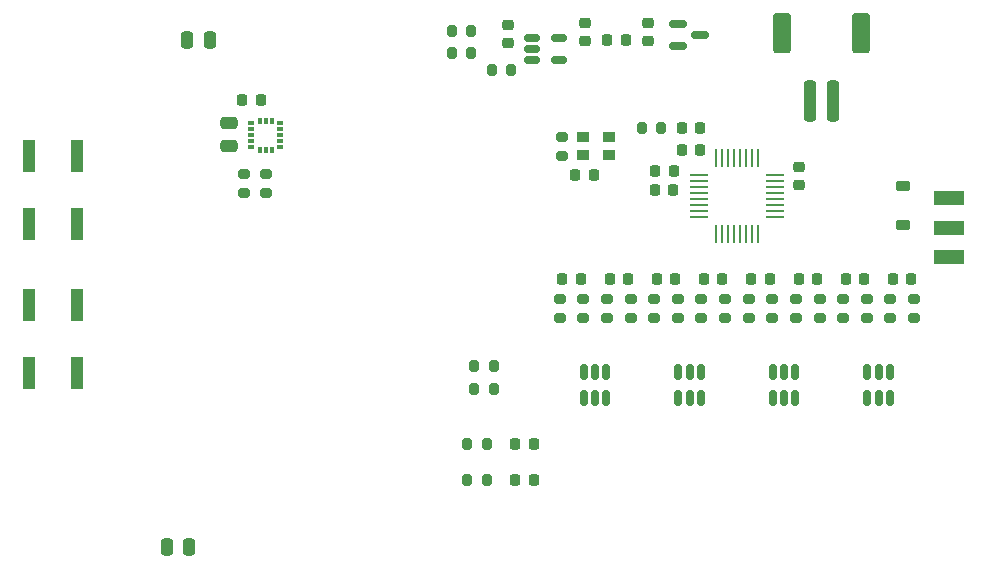
<source format=gbr>
%TF.GenerationSoftware,KiCad,Pcbnew,(7.0.0)*%
%TF.CreationDate,2023-04-27T20:35:20+01:00*%
%TF.ProjectId,ADS131M08 ESP32,41445331-3331-44d3-9038-204553503332,rev?*%
%TF.SameCoordinates,Original*%
%TF.FileFunction,Paste,Top*%
%TF.FilePolarity,Positive*%
%FSLAX46Y46*%
G04 Gerber Fmt 4.6, Leading zero omitted, Abs format (unit mm)*
G04 Created by KiCad (PCBNEW (7.0.0)) date 2023-04-27 20:35:20*
%MOMM*%
%LPD*%
G01*
G04 APERTURE LIST*
G04 Aperture macros list*
%AMRoundRect*
0 Rectangle with rounded corners*
0 $1 Rounding radius*
0 $2 $3 $4 $5 $6 $7 $8 $9 X,Y pos of 4 corners*
0 Add a 4 corners polygon primitive as box body*
4,1,4,$2,$3,$4,$5,$6,$7,$8,$9,$2,$3,0*
0 Add four circle primitives for the rounded corners*
1,1,$1+$1,$2,$3*
1,1,$1+$1,$4,$5*
1,1,$1+$1,$6,$7*
1,1,$1+$1,$8,$9*
0 Add four rect primitives between the rounded corners*
20,1,$1+$1,$2,$3,$4,$5,0*
20,1,$1+$1,$4,$5,$6,$7,0*
20,1,$1+$1,$6,$7,$8,$9,0*
20,1,$1+$1,$8,$9,$2,$3,0*%
G04 Aperture macros list end*
%ADD10RoundRect,0.200000X-0.275000X0.200000X-0.275000X-0.200000X0.275000X-0.200000X0.275000X0.200000X0*%
%ADD11RoundRect,0.225000X-0.225000X-0.250000X0.225000X-0.250000X0.225000X0.250000X-0.225000X0.250000X0*%
%ADD12RoundRect,0.218750X-0.218750X-0.256250X0.218750X-0.256250X0.218750X0.256250X-0.218750X0.256250X0*%
%ADD13RoundRect,0.225000X0.225000X0.250000X-0.225000X0.250000X-0.225000X-0.250000X0.225000X-0.250000X0*%
%ADD14RoundRect,0.218750X0.218750X0.256250X-0.218750X0.256250X-0.218750X-0.256250X0.218750X-0.256250X0*%
%ADD15RoundRect,0.150000X0.150000X-0.512500X0.150000X0.512500X-0.150000X0.512500X-0.150000X-0.512500X0*%
%ADD16RoundRect,0.200000X0.200000X0.275000X-0.200000X0.275000X-0.200000X-0.275000X0.200000X-0.275000X0*%
%ADD17RoundRect,0.062500X0.062500X-0.662500X0.062500X0.662500X-0.062500X0.662500X-0.062500X-0.662500X0*%
%ADD18RoundRect,0.062500X0.662500X-0.062500X0.662500X0.062500X-0.662500X0.062500X-0.662500X-0.062500X0*%
%ADD19RoundRect,0.225000X0.250000X-0.225000X0.250000X0.225000X-0.250000X0.225000X-0.250000X-0.225000X0*%
%ADD20R,1.000000X2.750000*%
%ADD21RoundRect,0.250000X-0.250000X-0.475000X0.250000X-0.475000X0.250000X0.475000X-0.250000X0.475000X0*%
%ADD22RoundRect,0.200000X-0.200000X-0.275000X0.200000X-0.275000X0.200000X0.275000X-0.200000X0.275000X0*%
%ADD23RoundRect,0.250000X-0.475000X0.250000X-0.475000X-0.250000X0.475000X-0.250000X0.475000X0.250000X0*%
%ADD24RoundRect,0.150000X-0.512500X-0.150000X0.512500X-0.150000X0.512500X0.150000X-0.512500X0.150000X0*%
%ADD25RoundRect,0.200000X0.275000X-0.200000X0.275000X0.200000X-0.275000X0.200000X-0.275000X-0.200000X0*%
%ADD26R,2.500000X1.250000*%
%ADD27RoundRect,0.250000X0.250000X1.500000X-0.250000X1.500000X-0.250000X-1.500000X0.250000X-1.500000X0*%
%ADD28RoundRect,0.250001X0.499999X1.449999X-0.499999X1.449999X-0.499999X-1.449999X0.499999X-1.449999X0*%
%ADD29RoundRect,0.087500X-0.187500X-0.087500X0.187500X-0.087500X0.187500X0.087500X-0.187500X0.087500X0*%
%ADD30RoundRect,0.087500X-0.087500X-0.187500X0.087500X-0.187500X0.087500X0.187500X-0.087500X0.187500X0*%
%ADD31RoundRect,0.150000X-0.587500X-0.150000X0.587500X-0.150000X0.587500X0.150000X-0.587500X0.150000X0*%
%ADD32RoundRect,0.225000X-0.250000X0.225000X-0.250000X-0.225000X0.250000X-0.225000X0.250000X0.225000X0*%
%ADD33RoundRect,0.225000X-0.375000X0.225000X-0.375000X-0.225000X0.375000X-0.225000X0.375000X0.225000X0*%
%ADD34R,1.000000X0.900000*%
G04 APERTURE END LIST*
D10*
%TO.C,R17*%
X184000000Y-74675000D03*
X184000000Y-76325000D03*
%TD*%
D11*
%TO.C,C4*%
X162225000Y-73000000D03*
X163775000Y-73000000D03*
%TD*%
D10*
%TO.C,R21*%
X192000000Y-74675000D03*
X192000000Y-76325000D03*
%TD*%
D12*
%TO.C,D3*%
X158212500Y-87000000D03*
X159787500Y-87000000D03*
%TD*%
D10*
%TO.C,R20*%
X188000000Y-74675000D03*
X188000000Y-76325000D03*
%TD*%
D13*
%TO.C,C11*%
X191775000Y-73000000D03*
X190225000Y-73000000D03*
%TD*%
D10*
%TO.C,R16*%
X180000000Y-74675000D03*
X180000000Y-76325000D03*
%TD*%
D14*
%TO.C,L1*%
X167587500Y-52800000D03*
X166012500Y-52800000D03*
%TD*%
D15*
%TO.C,D6*%
X180050000Y-83137500D03*
X181000000Y-83137500D03*
X181950000Y-83137500D03*
X181950000Y-80862500D03*
X181000000Y-80862500D03*
X180050000Y-80862500D03*
%TD*%
%TO.C,D4*%
X164050000Y-83130000D03*
X165000000Y-83130000D03*
X165950000Y-83130000D03*
X165950000Y-80855000D03*
X165000000Y-80855000D03*
X164050000Y-80855000D03*
%TD*%
D16*
%TO.C,R5*%
X155825000Y-90000000D03*
X154175000Y-90000000D03*
%TD*%
D17*
%TO.C,U3*%
X175250000Y-69200000D03*
X175750000Y-69200000D03*
X176250000Y-69200000D03*
X176750000Y-69200000D03*
X177250000Y-69200000D03*
X177750000Y-69200000D03*
X178250000Y-69200000D03*
X178750000Y-69200000D03*
D18*
X180200000Y-67750000D03*
X180200000Y-67250000D03*
X180200000Y-66750000D03*
X180200000Y-66250000D03*
X180200000Y-65750000D03*
X180200000Y-65250000D03*
X180200000Y-64750000D03*
X180200000Y-64250000D03*
D17*
X178750000Y-62800000D03*
X178250000Y-62800000D03*
X177750000Y-62800000D03*
X177250000Y-62800000D03*
X176750000Y-62800000D03*
X176250000Y-62800000D03*
X175750000Y-62800000D03*
X175250000Y-62800000D03*
D18*
X173800000Y-64250000D03*
X173800000Y-64750000D03*
X173800000Y-65250000D03*
X173800000Y-65750000D03*
X173800000Y-66250000D03*
X173800000Y-66750000D03*
X173800000Y-67250000D03*
X173800000Y-67750000D03*
%TD*%
D19*
%TO.C,C17*%
X164100000Y-52875000D03*
X164100000Y-51325000D03*
%TD*%
D10*
%TO.C,R19*%
X186000000Y-74675000D03*
X186000000Y-76325000D03*
%TD*%
%TO.C,R11*%
X170000000Y-74675000D03*
X170000000Y-76325000D03*
%TD*%
D20*
%TO.C,SW2*%
X117099999Y-68359999D03*
X117099999Y-62599999D03*
X121099999Y-68359999D03*
X121099999Y-62599999D03*
%TD*%
D21*
%TO.C,C3*%
X130450000Y-52800000D03*
X132350000Y-52800000D03*
%TD*%
D12*
%TO.C,D2*%
X158212500Y-90000000D03*
X159787500Y-90000000D03*
%TD*%
D22*
%TO.C,R23*%
X156250000Y-55340000D03*
X157900000Y-55340000D03*
%TD*%
D13*
%TO.C,C7*%
X175775000Y-73000000D03*
X174225000Y-73000000D03*
%TD*%
D11*
%TO.C,C1*%
X135125000Y-57840000D03*
X136675000Y-57840000D03*
%TD*%
D15*
%TO.C,D7*%
X188050000Y-83137500D03*
X189000000Y-83137500D03*
X189950000Y-83137500D03*
X189950000Y-80862500D03*
X189000000Y-80862500D03*
X188050000Y-80862500D03*
%TD*%
D10*
%TO.C,R7*%
X162000000Y-74675000D03*
X162000000Y-76325000D03*
%TD*%
%TO.C,R18*%
X182000000Y-74675000D03*
X182000000Y-76325000D03*
%TD*%
%TO.C,R22*%
X190000000Y-74675000D03*
X190000000Y-76325000D03*
%TD*%
D16*
%TO.C,R25*%
X156425000Y-82300000D03*
X154775000Y-82300000D03*
%TD*%
D23*
%TO.C,C2*%
X134000000Y-59840000D03*
X134000000Y-61740000D03*
%TD*%
D24*
%TO.C,U4*%
X159662500Y-52590000D03*
X159662500Y-53540000D03*
X159662500Y-54490000D03*
X161937500Y-54490000D03*
X161937500Y-52590000D03*
%TD*%
D16*
%TO.C,R6*%
X155825000Y-87000000D03*
X154175000Y-87000000D03*
%TD*%
D11*
%TO.C,C10*%
X186225000Y-73000000D03*
X187775000Y-73000000D03*
%TD*%
D25*
%TO.C,R26*%
X162200000Y-62625000D03*
X162200000Y-60975000D03*
%TD*%
D19*
%TO.C,C21*%
X169500000Y-52875000D03*
X169500000Y-51325000D03*
%TD*%
D10*
%TO.C,R13*%
X176000000Y-74675000D03*
X176000000Y-76325000D03*
%TD*%
D13*
%TO.C,C14*%
X173905000Y-62090000D03*
X172355000Y-62090000D03*
%TD*%
D21*
%TO.C,C20*%
X128750000Y-95700000D03*
X130650000Y-95700000D03*
%TD*%
D10*
%TO.C,R12*%
X172000000Y-74675000D03*
X172000000Y-76325000D03*
%TD*%
%TO.C,R9*%
X168000000Y-74675000D03*
X168000000Y-76325000D03*
%TD*%
D11*
%TO.C,C6*%
X170225000Y-73000000D03*
X171775000Y-73000000D03*
%TD*%
D10*
%TO.C,R14*%
X174000000Y-74675000D03*
X174000000Y-76325000D03*
%TD*%
D16*
%TO.C,R27*%
X156425000Y-80400000D03*
X154775000Y-80400000D03*
%TD*%
D26*
%TO.C,SW1*%
X194949999Y-71199999D03*
X194949999Y-68699999D03*
X194949999Y-66199999D03*
%TD*%
D20*
%TO.C,SW3*%
X117099999Y-80959999D03*
X117099999Y-75199999D03*
X121099999Y-80959999D03*
X121099999Y-75199999D03*
%TD*%
D27*
%TO.C,J1*%
X185150000Y-57950000D03*
X183150000Y-57950000D03*
D28*
X187500000Y-52200000D03*
X180800000Y-52200000D03*
%TD*%
D13*
%TO.C,C5*%
X167775000Y-73000000D03*
X166225000Y-73000000D03*
%TD*%
D15*
%TO.C,D5*%
X172050000Y-83137500D03*
X173000000Y-83137500D03*
X173950000Y-83137500D03*
X173950000Y-80862500D03*
X173000000Y-80862500D03*
X172050000Y-80862500D03*
%TD*%
D13*
%TO.C,C16*%
X171620000Y-65475000D03*
X170070000Y-65475000D03*
%TD*%
D29*
%TO.C,U1*%
X135875000Y-59840000D03*
X135875000Y-60340000D03*
X135875000Y-60840000D03*
X135875000Y-61340000D03*
X135875000Y-61840000D03*
D30*
X136600000Y-62065000D03*
X137100000Y-62065000D03*
X137600000Y-62065000D03*
D29*
X138325000Y-61840000D03*
X138325000Y-61340000D03*
X138325000Y-60840000D03*
X138325000Y-60340000D03*
X138325000Y-59840000D03*
D30*
X137600000Y-59615000D03*
X137100000Y-59615000D03*
X136600000Y-59615000D03*
%TD*%
D25*
%TO.C,R2*%
X137100000Y-65750000D03*
X137100000Y-64100000D03*
%TD*%
D31*
%TO.C,D20*%
X172000000Y-51400000D03*
X172000000Y-53300000D03*
X173875000Y-52350000D03*
%TD*%
D19*
%TO.C,C13*%
X157600000Y-53075000D03*
X157600000Y-51525000D03*
%TD*%
D22*
%TO.C,R24*%
X168950000Y-60250000D03*
X170600000Y-60250000D03*
%TD*%
D10*
%TO.C,R8*%
X164000000Y-74675000D03*
X164000000Y-76325000D03*
%TD*%
D25*
%TO.C,R1*%
X135300000Y-65750000D03*
X135300000Y-64100000D03*
%TD*%
D10*
%TO.C,R10*%
X166000000Y-74675000D03*
X166000000Y-76325000D03*
%TD*%
D22*
%TO.C,R3*%
X152875000Y-53900000D03*
X154525000Y-53900000D03*
%TD*%
D13*
%TO.C,C15*%
X173910000Y-60270000D03*
X172360000Y-60270000D03*
%TD*%
D11*
%TO.C,C19*%
X163325000Y-64200000D03*
X164875000Y-64200000D03*
%TD*%
D13*
%TO.C,C9*%
X183775000Y-73000000D03*
X182225000Y-73000000D03*
%TD*%
%TO.C,C18*%
X171645000Y-63835000D03*
X170095000Y-63835000D03*
%TD*%
D16*
%TO.C,R4*%
X154525000Y-52000000D03*
X152875000Y-52000000D03*
%TD*%
D32*
%TO.C,C12*%
X182290000Y-63550000D03*
X182290000Y-65100000D03*
%TD*%
D33*
%TO.C,D1*%
X191100000Y-65150000D03*
X191100000Y-68450000D03*
%TD*%
D11*
%TO.C,C8*%
X178225000Y-73000000D03*
X179775000Y-73000000D03*
%TD*%
D10*
%TO.C,R15*%
X178000000Y-74675000D03*
X178000000Y-76325000D03*
%TD*%
D34*
%TO.C,X1*%
X163999999Y-62549999D03*
X166149999Y-62549999D03*
X166149999Y-60999999D03*
X163999999Y-60999999D03*
%TD*%
M02*

</source>
